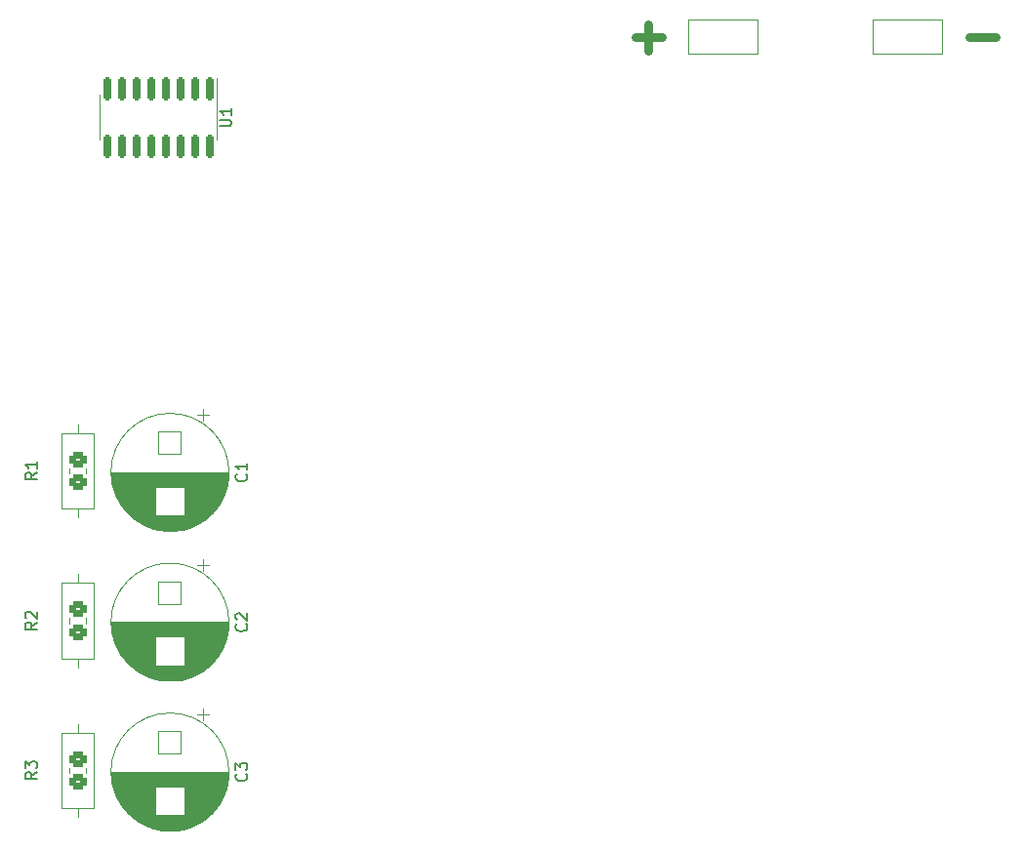
<source format=gto>
G04 #@! TF.GenerationSoftware,KiCad,Pcbnew,(6.0.4)*
G04 #@! TF.CreationDate,2022-06-22T13:50:13-04:00*
G04 #@! TF.ProjectId,Macintosh Portable Battery Adapter v1.2,4d616369-6e74-46f7-9368-20506f727461,rev?*
G04 #@! TF.SameCoordinates,Original*
G04 #@! TF.FileFunction,Legend,Top*
G04 #@! TF.FilePolarity,Positive*
%FSLAX46Y46*%
G04 Gerber Fmt 4.6, Leading zero omitted, Abs format (unit mm)*
G04 Created by KiCad (PCBNEW (6.0.4)) date 2022-06-22 13:50:13*
%MOMM*%
%LPD*%
G01*
G04 APERTURE LIST*
G04 Aperture macros list*
%AMRoundRect*
0 Rectangle with rounded corners*
0 $1 Rounding radius*
0 $2 $3 $4 $5 $6 $7 $8 $9 X,Y pos of 4 corners*
0 Add a 4 corners polygon primitive as box body*
4,1,4,$2,$3,$4,$5,$6,$7,$8,$9,$2,$3,0*
0 Add four circle primitives for the rounded corners*
1,1,$1+$1,$2,$3*
1,1,$1+$1,$4,$5*
1,1,$1+$1,$6,$7*
1,1,$1+$1,$8,$9*
0 Add four rect primitives between the rounded corners*
20,1,$1+$1,$2,$3,$4,$5,0*
20,1,$1+$1,$4,$5,$6,$7,0*
20,1,$1+$1,$6,$7,$8,$9,0*
20,1,$1+$1,$8,$9,$2,$3,0*%
G04 Aperture macros list end*
%ADD10C,0.750000*%
%ADD11C,0.150000*%
%ADD12C,0.120000*%
%ADD13RoundRect,0.200000X-0.150000X0.825000X-0.150000X-0.825000X0.150000X-0.825000X0.150000X0.825000X0*%
%ADD14RoundRect,0.300000X-0.450000X0.350000X-0.450000X-0.350000X0.450000X-0.350000X0.450000X0.350000X0*%
%ADD15O,1.700000X1.700000*%
%ADD16C,1.700000*%
%ADD17RoundRect,0.050000X-1.000000X1.000000X-1.000000X-1.000000X1.000000X-1.000000X1.000000X1.000000X0*%
%ADD18C,2.100000*%
%ADD19RoundRect,0.050000X-3.000000X-1.500000X3.000000X-1.500000X3.000000X1.500000X-3.000000X1.500000X0*%
G04 APERTURE END LIST*
D10*
X126142857Y-65514285D02*
X123857142Y-65514285D01*
X125000000Y-66657142D02*
X125000000Y-64371428D01*
X155142857Y-65514285D02*
X152857142Y-65514285D01*
D11*
X87829380Y-73217904D02*
X88638904Y-73217904D01*
X88734142Y-73170285D01*
X88781761Y-73122666D01*
X88829380Y-73027428D01*
X88829380Y-72836952D01*
X88781761Y-72741714D01*
X88734142Y-72694095D01*
X88638904Y-72646476D01*
X87829380Y-72646476D01*
X88829380Y-71646476D02*
X88829380Y-72217904D01*
X88829380Y-71932190D02*
X87829380Y-71932190D01*
X87972238Y-72027428D01*
X88067476Y-72122666D01*
X88115095Y-72217904D01*
X71952380Y-129266666D02*
X71476190Y-129600000D01*
X71952380Y-129838095D02*
X70952380Y-129838095D01*
X70952380Y-129457142D01*
X71000000Y-129361904D01*
X71047619Y-129314285D01*
X71142857Y-129266666D01*
X71285714Y-129266666D01*
X71380952Y-129314285D01*
X71428571Y-129361904D01*
X71476190Y-129457142D01*
X71476190Y-129838095D01*
X70952380Y-128933333D02*
X70952380Y-128314285D01*
X71333333Y-128647619D01*
X71333333Y-128504761D01*
X71380952Y-128409523D01*
X71428571Y-128361904D01*
X71523809Y-128314285D01*
X71761904Y-128314285D01*
X71857142Y-128361904D01*
X71904761Y-128409523D01*
X71952380Y-128504761D01*
X71952380Y-128790476D01*
X71904761Y-128885714D01*
X71857142Y-128933333D01*
X71952380Y-116266666D02*
X71476190Y-116600000D01*
X71952380Y-116838095D02*
X70952380Y-116838095D01*
X70952380Y-116457142D01*
X71000000Y-116361904D01*
X71047619Y-116314285D01*
X71142857Y-116266666D01*
X71285714Y-116266666D01*
X71380952Y-116314285D01*
X71428571Y-116361904D01*
X71476190Y-116457142D01*
X71476190Y-116838095D01*
X71047619Y-115885714D02*
X71000000Y-115838095D01*
X70952380Y-115742857D01*
X70952380Y-115504761D01*
X71000000Y-115409523D01*
X71047619Y-115361904D01*
X71142857Y-115314285D01*
X71238095Y-115314285D01*
X71380952Y-115361904D01*
X71952380Y-115933333D01*
X71952380Y-115314285D01*
X71952380Y-103266666D02*
X71476190Y-103600000D01*
X71952380Y-103838095D02*
X70952380Y-103838095D01*
X70952380Y-103457142D01*
X71000000Y-103361904D01*
X71047619Y-103314285D01*
X71142857Y-103266666D01*
X71285714Y-103266666D01*
X71380952Y-103314285D01*
X71428571Y-103361904D01*
X71476190Y-103457142D01*
X71476190Y-103838095D01*
X71952380Y-102314285D02*
X71952380Y-102885714D01*
X71952380Y-102600000D02*
X70952380Y-102600000D01*
X71095238Y-102695238D01*
X71190476Y-102790476D01*
X71238095Y-102885714D01*
X90107142Y-129398989D02*
X90154761Y-129446608D01*
X90202380Y-129589465D01*
X90202380Y-129684703D01*
X90154761Y-129827561D01*
X90059523Y-129922799D01*
X89964285Y-129970418D01*
X89773809Y-130018037D01*
X89630952Y-130018037D01*
X89440476Y-129970418D01*
X89345238Y-129922799D01*
X89250000Y-129827561D01*
X89202380Y-129684703D01*
X89202380Y-129589465D01*
X89250000Y-129446608D01*
X89297619Y-129398989D01*
X89202380Y-129065656D02*
X89202380Y-128446608D01*
X89583333Y-128779942D01*
X89583333Y-128637084D01*
X89630952Y-128541846D01*
X89678571Y-128494227D01*
X89773809Y-128446608D01*
X90011904Y-128446608D01*
X90107142Y-128494227D01*
X90154761Y-128541846D01*
X90202380Y-128637084D01*
X90202380Y-128922799D01*
X90154761Y-129018037D01*
X90107142Y-129065656D01*
X90107142Y-116398989D02*
X90154761Y-116446608D01*
X90202380Y-116589465D01*
X90202380Y-116684703D01*
X90154761Y-116827561D01*
X90059523Y-116922799D01*
X89964285Y-116970418D01*
X89773809Y-117018037D01*
X89630952Y-117018037D01*
X89440476Y-116970418D01*
X89345238Y-116922799D01*
X89250000Y-116827561D01*
X89202380Y-116684703D01*
X89202380Y-116589465D01*
X89250000Y-116446608D01*
X89297619Y-116398989D01*
X89297619Y-116018037D02*
X89250000Y-115970418D01*
X89202380Y-115875180D01*
X89202380Y-115637084D01*
X89250000Y-115541846D01*
X89297619Y-115494227D01*
X89392857Y-115446608D01*
X89488095Y-115446608D01*
X89630952Y-115494227D01*
X90202380Y-116065656D01*
X90202380Y-115446608D01*
X90107142Y-103398989D02*
X90154761Y-103446608D01*
X90202380Y-103589465D01*
X90202380Y-103684703D01*
X90154761Y-103827561D01*
X90059523Y-103922799D01*
X89964285Y-103970418D01*
X89773809Y-104018037D01*
X89630952Y-104018037D01*
X89440476Y-103970418D01*
X89345238Y-103922799D01*
X89250000Y-103827561D01*
X89202380Y-103684703D01*
X89202380Y-103589465D01*
X89250000Y-103446608D01*
X89297619Y-103398989D01*
X90202380Y-102446608D02*
X90202380Y-103018037D01*
X90202380Y-102732323D02*
X89202380Y-102732323D01*
X89345238Y-102827561D01*
X89440476Y-102922799D01*
X89488095Y-103018037D01*
D12*
X87537000Y-72456000D02*
X87537000Y-69006000D01*
X77417000Y-72456000D02*
X77417000Y-74406000D01*
X87537000Y-72456000D02*
X87537000Y-74406000D01*
X77417000Y-72456000D02*
X77417000Y-70506000D01*
X74765000Y-128872936D02*
X74765000Y-129327064D01*
X76235000Y-128872936D02*
X76235000Y-129327064D01*
X76235000Y-115872936D02*
X76235000Y-116327064D01*
X74765000Y-115872936D02*
X74765000Y-116327064D01*
X76235000Y-102872936D02*
X76235000Y-103327064D01*
X74765000Y-102872936D02*
X74765000Y-103327064D01*
X76870000Y-132370000D02*
X76870000Y-125830000D01*
X74130000Y-125830000D02*
X74130000Y-132370000D01*
X74130000Y-132370000D02*
X76870000Y-132370000D01*
X76870000Y-125830000D02*
X74130000Y-125830000D01*
X75500000Y-125060000D02*
X75500000Y-125830000D01*
X75500000Y-133140000D02*
X75500000Y-132370000D01*
X76870000Y-119370000D02*
X76870000Y-112830000D01*
X74130000Y-112830000D02*
X74130000Y-119370000D01*
X74130000Y-119370000D02*
X76870000Y-119370000D01*
X76870000Y-112830000D02*
X74130000Y-112830000D01*
X75500000Y-112060000D02*
X75500000Y-112830000D01*
X75500000Y-120140000D02*
X75500000Y-119370000D01*
X76870000Y-106370000D02*
X76870000Y-99830000D01*
X74130000Y-99830000D02*
X74130000Y-106370000D01*
X74130000Y-106370000D02*
X76870000Y-106370000D01*
X76870000Y-99830000D02*
X74130000Y-99830000D01*
X75500000Y-99060000D02*
X75500000Y-99830000D01*
X75500000Y-107140000D02*
X75500000Y-106370000D01*
X82259000Y-131593323D02*
X78996000Y-131593323D01*
X86978000Y-132953323D02*
X84741000Y-132953323D01*
X82259000Y-131233323D02*
X78826000Y-131233323D01*
X87489000Y-132393323D02*
X84741000Y-132393323D01*
X88268000Y-130993323D02*
X84741000Y-130993323D01*
X85789000Y-133793323D02*
X81211000Y-133793323D01*
X82259000Y-132473323D02*
X79575000Y-132473323D01*
X85010000Y-134113323D02*
X81990000Y-134113323D01*
X88562000Y-129672323D02*
X78438000Y-129672323D01*
X82259000Y-130713323D02*
X78638000Y-130713323D01*
X88362000Y-130713323D02*
X84741000Y-130713323D01*
X88407000Y-130553323D02*
X84741000Y-130553323D01*
X85537000Y-133913323D02*
X81463000Y-133913323D01*
X85346000Y-133993323D02*
X81654000Y-133993323D01*
X82259000Y-132833323D02*
X79899000Y-132833323D01*
X87666000Y-132153323D02*
X84741000Y-132153323D01*
X88570000Y-129552323D02*
X78430000Y-129552323D01*
X82259000Y-130833323D02*
X78676000Y-130833323D01*
X82259000Y-132353323D02*
X79480000Y-132353323D01*
X86706000Y-133193323D02*
X80294000Y-133193323D01*
X87721000Y-132073323D02*
X84741000Y-132073323D01*
X82259000Y-131313323D02*
X78861000Y-131313323D01*
X82259000Y-132193323D02*
X79362000Y-132193323D01*
X85939000Y-133713323D02*
X81061000Y-133713323D01*
X88350000Y-130753323D02*
X84741000Y-130753323D01*
X88103000Y-131393323D02*
X84741000Y-131393323D01*
X88580000Y-129272323D02*
X78420000Y-129272323D01*
X88121000Y-131353323D02*
X84741000Y-131353323D01*
X86375000Y-123752677D02*
X86375000Y-124752677D01*
X88174000Y-131233323D02*
X84741000Y-131233323D01*
X84730000Y-134193323D02*
X82270000Y-134193323D01*
X87694000Y-132113323D02*
X84741000Y-132113323D01*
X86892000Y-133033323D02*
X80108000Y-133033323D01*
X82259000Y-130753323D02*
X78650000Y-130753323D01*
X88223000Y-131113323D02*
X84741000Y-131113323D01*
X88497000Y-130153323D02*
X78503000Y-130153323D01*
X88465000Y-130313323D02*
X78535000Y-130313323D01*
X84878000Y-134153323D02*
X82122000Y-134153323D01*
X87020000Y-132913323D02*
X84741000Y-132913323D01*
X88025000Y-131553323D02*
X84741000Y-131553323D01*
X88530000Y-129953323D02*
X78470000Y-129953323D01*
X82259000Y-130913323D02*
X78703000Y-130913323D01*
X82259000Y-132553323D02*
X79642000Y-132553323D01*
X88447000Y-130393323D02*
X78553000Y-130393323D01*
X82259000Y-131393323D02*
X78897000Y-131393323D01*
X87289000Y-132633323D02*
X84741000Y-132633323D01*
X82259000Y-132673323D02*
X79747000Y-132673323D01*
X85242000Y-134033323D02*
X81758000Y-134033323D01*
X86270000Y-133513323D02*
X80730000Y-133513323D01*
X82259000Y-130513323D02*
X78582000Y-130513323D01*
X88490000Y-130193323D02*
X78510000Y-130193323D01*
X85625000Y-133873323D02*
X81375000Y-133873323D01*
X87520000Y-132353323D02*
X84741000Y-132353323D01*
X88254000Y-131033323D02*
X84741000Y-131033323D01*
X82259000Y-130993323D02*
X78732000Y-130993323D01*
X82259000Y-131633323D02*
X79017000Y-131633323D01*
X82259000Y-131433323D02*
X78916000Y-131433323D01*
X87179000Y-132753323D02*
X84741000Y-132753323D01*
X88540000Y-129872323D02*
X78460000Y-129872323D01*
X86209000Y-133553323D02*
X80791000Y-133553323D01*
X87773000Y-131993323D02*
X84741000Y-131993323D01*
X85130000Y-134073323D02*
X81870000Y-134073323D01*
X88558000Y-129712323D02*
X78442000Y-129712323D01*
X86500000Y-133353323D02*
X80500000Y-133353323D01*
X88337000Y-130793323D02*
X84741000Y-130793323D01*
X87457000Y-132433323D02*
X84741000Y-132433323D01*
X86145000Y-133593323D02*
X80855000Y-133593323D01*
X87823000Y-131913323D02*
X84741000Y-131913323D01*
X88438000Y-130433323D02*
X78562000Y-130433323D01*
X82259000Y-131153323D02*
X78793000Y-131153323D01*
X87638000Y-132193323D02*
X84741000Y-132193323D01*
X88580000Y-129312323D02*
X78420000Y-129312323D01*
X82259000Y-131113323D02*
X78777000Y-131113323D01*
X86936000Y-132993323D02*
X80064000Y-132993323D01*
X82259000Y-130953323D02*
X78717000Y-130953323D01*
X88482000Y-130233323D02*
X78518000Y-130233323D01*
X82259000Y-132073323D02*
X79279000Y-132073323D01*
X88511000Y-130073323D02*
X78489000Y-130073323D01*
X82259000Y-132113323D02*
X79306000Y-132113323D01*
X86389000Y-133433323D02*
X80611000Y-133433323D01*
X87917000Y-131753323D02*
X84741000Y-131753323D01*
X87061000Y-132873323D02*
X84741000Y-132873323D01*
X87392000Y-132513323D02*
X84741000Y-132513323D01*
X88579000Y-129352323D02*
X78421000Y-129352323D01*
X84562000Y-134233323D02*
X82438000Y-134233323D01*
X88524000Y-129993323D02*
X78476000Y-129993323D01*
X82259000Y-132233323D02*
X79390000Y-132233323D01*
X87550000Y-132313323D02*
X84741000Y-132313323D01*
X82259000Y-132273323D02*
X79420000Y-132273323D01*
X82259000Y-131473323D02*
X78936000Y-131473323D01*
X82259000Y-130673323D02*
X78626000Y-130673323D01*
X82259000Y-132953323D02*
X80022000Y-132953323D01*
X88518000Y-130033323D02*
X78482000Y-130033323D01*
X82259000Y-130553323D02*
X78593000Y-130553323D01*
X84099000Y-134313323D02*
X82901000Y-134313323D01*
X87940000Y-131713323D02*
X84741000Y-131713323D01*
X88207000Y-131153323D02*
X84741000Y-131153323D01*
X87747000Y-132033323D02*
X84741000Y-132033323D01*
X82259000Y-131913323D02*
X79177000Y-131913323D01*
X88064000Y-131473323D02*
X84741000Y-131473323D01*
X82259000Y-132913323D02*
X79980000Y-132913323D01*
X87610000Y-132233323D02*
X84741000Y-132233323D01*
X86554000Y-133313323D02*
X80446000Y-133313323D01*
X87983000Y-131633323D02*
X84741000Y-131633323D01*
X87895000Y-131793323D02*
X84741000Y-131793323D01*
X85865000Y-133753323D02*
X81135000Y-133753323D01*
X86445000Y-133393323D02*
X80555000Y-133393323D01*
X82259000Y-131353323D02*
X78879000Y-131353323D01*
X82259000Y-131073323D02*
X78762000Y-131073323D01*
X82259000Y-131033323D02*
X78746000Y-131033323D01*
X87253000Y-132673323D02*
X84741000Y-132673323D01*
X87140000Y-132793323D02*
X84741000Y-132793323D01*
X87871000Y-131833323D02*
X84741000Y-131833323D01*
X82259000Y-132793323D02*
X79860000Y-132793323D01*
X82259000Y-131513323D02*
X78955000Y-131513323D01*
X88428000Y-130473323D02*
X78572000Y-130473323D01*
X88084000Y-131433323D02*
X84741000Y-131433323D01*
X88578000Y-129392323D02*
X78422000Y-129392323D01*
X86875000Y-124252677D02*
X85875000Y-124252677D01*
X82259000Y-132633323D02*
X79711000Y-132633323D01*
X86079000Y-133633323D02*
X80921000Y-133633323D01*
X88418000Y-130513323D02*
X84741000Y-130513323D01*
X88575000Y-129472323D02*
X78425000Y-129472323D01*
X82259000Y-131673323D02*
X79038000Y-131673323D01*
X82259000Y-131193323D02*
X78810000Y-131193323D01*
X82259000Y-132433323D02*
X79543000Y-132433323D01*
X86606000Y-133273323D02*
X80394000Y-133273323D01*
X88565000Y-129632323D02*
X78435000Y-129632323D01*
X82259000Y-130873323D02*
X78689000Y-130873323D01*
X87847000Y-131873323D02*
X84741000Y-131873323D01*
X86010000Y-133673323D02*
X80990000Y-133673323D01*
X82259000Y-131793323D02*
X79105000Y-131793323D01*
X88573000Y-129512323D02*
X78427000Y-129512323D01*
X87324000Y-132593323D02*
X84741000Y-132593323D01*
X86801000Y-133113323D02*
X80199000Y-133113323D01*
X86754000Y-133153323D02*
X80246000Y-133153323D01*
X82259000Y-131993323D02*
X79227000Y-131993323D01*
X82259000Y-132593323D02*
X79676000Y-132593323D01*
X88045000Y-131513323D02*
X84741000Y-131513323D01*
X82259000Y-132313323D02*
X79450000Y-132313323D01*
X88474000Y-130273323D02*
X78526000Y-130273323D01*
X87425000Y-132473323D02*
X84741000Y-132473323D01*
X88324000Y-130833323D02*
X84741000Y-130833323D01*
X86847000Y-133073323D02*
X80153000Y-133073323D01*
X82259000Y-130633323D02*
X78615000Y-130633323D01*
X88238000Y-131073323D02*
X84741000Y-131073323D01*
X82259000Y-131713323D02*
X79060000Y-131713323D01*
X87358000Y-132553323D02*
X84741000Y-132553323D01*
X82259000Y-132753323D02*
X79821000Y-132753323D01*
X88157000Y-131273323D02*
X84741000Y-131273323D01*
X82259000Y-130793323D02*
X78663000Y-130793323D01*
X88283000Y-130953323D02*
X84741000Y-130953323D01*
X82259000Y-131753323D02*
X79083000Y-131753323D01*
X88554000Y-129752323D02*
X78446000Y-129752323D01*
X88456000Y-130353323D02*
X78544000Y-130353323D01*
X82259000Y-132713323D02*
X79784000Y-132713323D01*
X88577000Y-129432323D02*
X78423000Y-129432323D01*
X88374000Y-130673323D02*
X84741000Y-130673323D01*
X88504000Y-130113323D02*
X78496000Y-130113323D01*
X85709000Y-133833323D02*
X81291000Y-133833323D01*
X82259000Y-132513323D02*
X79608000Y-132513323D01*
X82259000Y-132033323D02*
X79253000Y-132033323D01*
X88311000Y-130873323D02*
X84741000Y-130873323D01*
X88004000Y-131593323D02*
X84741000Y-131593323D01*
X82259000Y-130593323D02*
X78603000Y-130593323D01*
X88535000Y-129912323D02*
X78465000Y-129912323D01*
X87216000Y-132713323D02*
X84741000Y-132713323D01*
X87798000Y-131953323D02*
X84741000Y-131953323D01*
X82259000Y-132393323D02*
X79511000Y-132393323D01*
X82259000Y-132873323D02*
X79939000Y-132873323D01*
X88139000Y-131313323D02*
X84741000Y-131313323D01*
X82259000Y-131553323D02*
X78975000Y-131553323D01*
X86656000Y-133233323D02*
X80344000Y-133233323D01*
X88550000Y-129792323D02*
X78450000Y-129792323D01*
X88568000Y-129592323D02*
X78432000Y-129592323D01*
X85444000Y-133953323D02*
X81556000Y-133953323D01*
X88297000Y-130913323D02*
X84741000Y-130913323D01*
X87101000Y-132833323D02*
X84741000Y-132833323D01*
X88397000Y-130593323D02*
X84741000Y-130593323D01*
X84362000Y-134273323D02*
X82638000Y-134273323D01*
X88385000Y-130633323D02*
X84741000Y-130633323D01*
X88190000Y-131193323D02*
X84741000Y-131193323D01*
X87580000Y-132273323D02*
X84741000Y-132273323D01*
X86330000Y-133473323D02*
X80670000Y-133473323D01*
X82259000Y-131273323D02*
X78843000Y-131273323D01*
X82259000Y-131873323D02*
X79153000Y-131873323D01*
X87962000Y-131673323D02*
X84741000Y-131673323D01*
X82259000Y-131953323D02*
X79202000Y-131953323D01*
X82259000Y-132153323D02*
X79334000Y-132153323D01*
X82259000Y-131833323D02*
X79129000Y-131833323D01*
X88580000Y-129232323D02*
X78420000Y-129232323D01*
X88545000Y-129832323D02*
X78455000Y-129832323D01*
X88620000Y-129232323D02*
G75*
G03*
X88620000Y-129232323I-5120000J0D01*
G01*
X82259000Y-118593323D02*
X78996000Y-118593323D01*
X86978000Y-119953323D02*
X84741000Y-119953323D01*
X82259000Y-118233323D02*
X78826000Y-118233323D01*
X87489000Y-119393323D02*
X84741000Y-119393323D01*
X88268000Y-117993323D02*
X84741000Y-117993323D01*
X85789000Y-120793323D02*
X81211000Y-120793323D01*
X82259000Y-119473323D02*
X79575000Y-119473323D01*
X85010000Y-121113323D02*
X81990000Y-121113323D01*
X88562000Y-116672323D02*
X78438000Y-116672323D01*
X82259000Y-117713323D02*
X78638000Y-117713323D01*
X88362000Y-117713323D02*
X84741000Y-117713323D01*
X88407000Y-117553323D02*
X84741000Y-117553323D01*
X85537000Y-120913323D02*
X81463000Y-120913323D01*
X85346000Y-120993323D02*
X81654000Y-120993323D01*
X82259000Y-119833323D02*
X79899000Y-119833323D01*
X87666000Y-119153323D02*
X84741000Y-119153323D01*
X88570000Y-116552323D02*
X78430000Y-116552323D01*
X82259000Y-117833323D02*
X78676000Y-117833323D01*
X82259000Y-119353323D02*
X79480000Y-119353323D01*
X86706000Y-120193323D02*
X80294000Y-120193323D01*
X87721000Y-119073323D02*
X84741000Y-119073323D01*
X82259000Y-118313323D02*
X78861000Y-118313323D01*
X82259000Y-119193323D02*
X79362000Y-119193323D01*
X85939000Y-120713323D02*
X81061000Y-120713323D01*
X88350000Y-117753323D02*
X84741000Y-117753323D01*
X88103000Y-118393323D02*
X84741000Y-118393323D01*
X88580000Y-116272323D02*
X78420000Y-116272323D01*
X88121000Y-118353323D02*
X84741000Y-118353323D01*
X86375000Y-110752677D02*
X86375000Y-111752677D01*
X88174000Y-118233323D02*
X84741000Y-118233323D01*
X84730000Y-121193323D02*
X82270000Y-121193323D01*
X87694000Y-119113323D02*
X84741000Y-119113323D01*
X86892000Y-120033323D02*
X80108000Y-120033323D01*
X82259000Y-117753323D02*
X78650000Y-117753323D01*
X88223000Y-118113323D02*
X84741000Y-118113323D01*
X88497000Y-117153323D02*
X78503000Y-117153323D01*
X88465000Y-117313323D02*
X78535000Y-117313323D01*
X84878000Y-121153323D02*
X82122000Y-121153323D01*
X87020000Y-119913323D02*
X84741000Y-119913323D01*
X88025000Y-118553323D02*
X84741000Y-118553323D01*
X88530000Y-116953323D02*
X78470000Y-116953323D01*
X82259000Y-117913323D02*
X78703000Y-117913323D01*
X82259000Y-119553323D02*
X79642000Y-119553323D01*
X88447000Y-117393323D02*
X78553000Y-117393323D01*
X82259000Y-118393323D02*
X78897000Y-118393323D01*
X87289000Y-119633323D02*
X84741000Y-119633323D01*
X82259000Y-119673323D02*
X79747000Y-119673323D01*
X85242000Y-121033323D02*
X81758000Y-121033323D01*
X86270000Y-120513323D02*
X80730000Y-120513323D01*
X82259000Y-117513323D02*
X78582000Y-117513323D01*
X88490000Y-117193323D02*
X78510000Y-117193323D01*
X85625000Y-120873323D02*
X81375000Y-120873323D01*
X87520000Y-119353323D02*
X84741000Y-119353323D01*
X88254000Y-118033323D02*
X84741000Y-118033323D01*
X82259000Y-117993323D02*
X78732000Y-117993323D01*
X82259000Y-118633323D02*
X79017000Y-118633323D01*
X82259000Y-118433323D02*
X78916000Y-118433323D01*
X87179000Y-119753323D02*
X84741000Y-119753323D01*
X88540000Y-116872323D02*
X78460000Y-116872323D01*
X86209000Y-120553323D02*
X80791000Y-120553323D01*
X87773000Y-118993323D02*
X84741000Y-118993323D01*
X85130000Y-121073323D02*
X81870000Y-121073323D01*
X88558000Y-116712323D02*
X78442000Y-116712323D01*
X86500000Y-120353323D02*
X80500000Y-120353323D01*
X88337000Y-117793323D02*
X84741000Y-117793323D01*
X87457000Y-119433323D02*
X84741000Y-119433323D01*
X86145000Y-120593323D02*
X80855000Y-120593323D01*
X87823000Y-118913323D02*
X84741000Y-118913323D01*
X88438000Y-117433323D02*
X78562000Y-117433323D01*
X82259000Y-118153323D02*
X78793000Y-118153323D01*
X87638000Y-119193323D02*
X84741000Y-119193323D01*
X88580000Y-116312323D02*
X78420000Y-116312323D01*
X82259000Y-118113323D02*
X78777000Y-118113323D01*
X86936000Y-119993323D02*
X80064000Y-119993323D01*
X82259000Y-117953323D02*
X78717000Y-117953323D01*
X88482000Y-117233323D02*
X78518000Y-117233323D01*
X82259000Y-119073323D02*
X79279000Y-119073323D01*
X88511000Y-117073323D02*
X78489000Y-117073323D01*
X82259000Y-119113323D02*
X79306000Y-119113323D01*
X86389000Y-120433323D02*
X80611000Y-120433323D01*
X87917000Y-118753323D02*
X84741000Y-118753323D01*
X87061000Y-119873323D02*
X84741000Y-119873323D01*
X87392000Y-119513323D02*
X84741000Y-119513323D01*
X88579000Y-116352323D02*
X78421000Y-116352323D01*
X84562000Y-121233323D02*
X82438000Y-121233323D01*
X88524000Y-116993323D02*
X78476000Y-116993323D01*
X82259000Y-119233323D02*
X79390000Y-119233323D01*
X87550000Y-119313323D02*
X84741000Y-119313323D01*
X82259000Y-119273323D02*
X79420000Y-119273323D01*
X82259000Y-118473323D02*
X78936000Y-118473323D01*
X82259000Y-117673323D02*
X78626000Y-117673323D01*
X82259000Y-119953323D02*
X80022000Y-119953323D01*
X88518000Y-117033323D02*
X78482000Y-117033323D01*
X82259000Y-117553323D02*
X78593000Y-117553323D01*
X84099000Y-121313323D02*
X82901000Y-121313323D01*
X87940000Y-118713323D02*
X84741000Y-118713323D01*
X88207000Y-118153323D02*
X84741000Y-118153323D01*
X87747000Y-119033323D02*
X84741000Y-119033323D01*
X82259000Y-118913323D02*
X79177000Y-118913323D01*
X88064000Y-118473323D02*
X84741000Y-118473323D01*
X82259000Y-119913323D02*
X79980000Y-119913323D01*
X87610000Y-119233323D02*
X84741000Y-119233323D01*
X86554000Y-120313323D02*
X80446000Y-120313323D01*
X87983000Y-118633323D02*
X84741000Y-118633323D01*
X87895000Y-118793323D02*
X84741000Y-118793323D01*
X85865000Y-120753323D02*
X81135000Y-120753323D01*
X86445000Y-120393323D02*
X80555000Y-120393323D01*
X82259000Y-118353323D02*
X78879000Y-118353323D01*
X82259000Y-118073323D02*
X78762000Y-118073323D01*
X82259000Y-118033323D02*
X78746000Y-118033323D01*
X87253000Y-119673323D02*
X84741000Y-119673323D01*
X87140000Y-119793323D02*
X84741000Y-119793323D01*
X87871000Y-118833323D02*
X84741000Y-118833323D01*
X82259000Y-119793323D02*
X79860000Y-119793323D01*
X82259000Y-118513323D02*
X78955000Y-118513323D01*
X88428000Y-117473323D02*
X78572000Y-117473323D01*
X88084000Y-118433323D02*
X84741000Y-118433323D01*
X88578000Y-116392323D02*
X78422000Y-116392323D01*
X86875000Y-111252677D02*
X85875000Y-111252677D01*
X82259000Y-119633323D02*
X79711000Y-119633323D01*
X86079000Y-120633323D02*
X80921000Y-120633323D01*
X88418000Y-117513323D02*
X84741000Y-117513323D01*
X88575000Y-116472323D02*
X78425000Y-116472323D01*
X82259000Y-118673323D02*
X79038000Y-118673323D01*
X82259000Y-118193323D02*
X78810000Y-118193323D01*
X82259000Y-119433323D02*
X79543000Y-119433323D01*
X86606000Y-120273323D02*
X80394000Y-120273323D01*
X88565000Y-116632323D02*
X78435000Y-116632323D01*
X82259000Y-117873323D02*
X78689000Y-117873323D01*
X87847000Y-118873323D02*
X84741000Y-118873323D01*
X86010000Y-120673323D02*
X80990000Y-120673323D01*
X82259000Y-118793323D02*
X79105000Y-118793323D01*
X88573000Y-116512323D02*
X78427000Y-116512323D01*
X87324000Y-119593323D02*
X84741000Y-119593323D01*
X86801000Y-120113323D02*
X80199000Y-120113323D01*
X86754000Y-120153323D02*
X80246000Y-120153323D01*
X82259000Y-118993323D02*
X79227000Y-118993323D01*
X82259000Y-119593323D02*
X79676000Y-119593323D01*
X88045000Y-118513323D02*
X84741000Y-118513323D01*
X82259000Y-119313323D02*
X79450000Y-119313323D01*
X88474000Y-117273323D02*
X78526000Y-117273323D01*
X87425000Y-119473323D02*
X84741000Y-119473323D01*
X88324000Y-117833323D02*
X84741000Y-117833323D01*
X86847000Y-120073323D02*
X80153000Y-120073323D01*
X82259000Y-117633323D02*
X78615000Y-117633323D01*
X88238000Y-118073323D02*
X84741000Y-118073323D01*
X82259000Y-118713323D02*
X79060000Y-118713323D01*
X87358000Y-119553323D02*
X84741000Y-119553323D01*
X82259000Y-119753323D02*
X79821000Y-119753323D01*
X88157000Y-118273323D02*
X84741000Y-118273323D01*
X82259000Y-117793323D02*
X78663000Y-117793323D01*
X88283000Y-117953323D02*
X84741000Y-117953323D01*
X82259000Y-118753323D02*
X79083000Y-118753323D01*
X88554000Y-116752323D02*
X78446000Y-116752323D01*
X88456000Y-117353323D02*
X78544000Y-117353323D01*
X82259000Y-119713323D02*
X79784000Y-119713323D01*
X88577000Y-116432323D02*
X78423000Y-116432323D01*
X88374000Y-117673323D02*
X84741000Y-117673323D01*
X88504000Y-117113323D02*
X78496000Y-117113323D01*
X85709000Y-120833323D02*
X81291000Y-120833323D01*
X82259000Y-119513323D02*
X79608000Y-119513323D01*
X82259000Y-119033323D02*
X79253000Y-119033323D01*
X88311000Y-117873323D02*
X84741000Y-117873323D01*
X88004000Y-118593323D02*
X84741000Y-118593323D01*
X82259000Y-117593323D02*
X78603000Y-117593323D01*
X88535000Y-116912323D02*
X78465000Y-116912323D01*
X87216000Y-119713323D02*
X84741000Y-119713323D01*
X87798000Y-118953323D02*
X84741000Y-118953323D01*
X82259000Y-119393323D02*
X79511000Y-119393323D01*
X82259000Y-119873323D02*
X79939000Y-119873323D01*
X88139000Y-118313323D02*
X84741000Y-118313323D01*
X82259000Y-118553323D02*
X78975000Y-118553323D01*
X86656000Y-120233323D02*
X80344000Y-120233323D01*
X88550000Y-116792323D02*
X78450000Y-116792323D01*
X88568000Y-116592323D02*
X78432000Y-116592323D01*
X85444000Y-120953323D02*
X81556000Y-120953323D01*
X88297000Y-117913323D02*
X84741000Y-117913323D01*
X87101000Y-119833323D02*
X84741000Y-119833323D01*
X88397000Y-117593323D02*
X84741000Y-117593323D01*
X84362000Y-121273323D02*
X82638000Y-121273323D01*
X88385000Y-117633323D02*
X84741000Y-117633323D01*
X88190000Y-118193323D02*
X84741000Y-118193323D01*
X87580000Y-119273323D02*
X84741000Y-119273323D01*
X86330000Y-120473323D02*
X80670000Y-120473323D01*
X82259000Y-118273323D02*
X78843000Y-118273323D01*
X82259000Y-118873323D02*
X79153000Y-118873323D01*
X87962000Y-118673323D02*
X84741000Y-118673323D01*
X82259000Y-118953323D02*
X79202000Y-118953323D01*
X82259000Y-119153323D02*
X79334000Y-119153323D01*
X82259000Y-118833323D02*
X79129000Y-118833323D01*
X88580000Y-116232323D02*
X78420000Y-116232323D01*
X88545000Y-116832323D02*
X78455000Y-116832323D01*
X88620000Y-116232323D02*
G75*
G03*
X88620000Y-116232323I-5120000J0D01*
G01*
X82259000Y-105593323D02*
X78996000Y-105593323D01*
X86978000Y-106953323D02*
X84741000Y-106953323D01*
X82259000Y-105233323D02*
X78826000Y-105233323D01*
X87489000Y-106393323D02*
X84741000Y-106393323D01*
X88268000Y-104993323D02*
X84741000Y-104993323D01*
X85789000Y-107793323D02*
X81211000Y-107793323D01*
X82259000Y-106473323D02*
X79575000Y-106473323D01*
X85010000Y-108113323D02*
X81990000Y-108113323D01*
X88562000Y-103672323D02*
X78438000Y-103672323D01*
X82259000Y-104713323D02*
X78638000Y-104713323D01*
X88362000Y-104713323D02*
X84741000Y-104713323D01*
X88407000Y-104553323D02*
X84741000Y-104553323D01*
X85537000Y-107913323D02*
X81463000Y-107913323D01*
X85346000Y-107993323D02*
X81654000Y-107993323D01*
X82259000Y-106833323D02*
X79899000Y-106833323D01*
X87666000Y-106153323D02*
X84741000Y-106153323D01*
X88570000Y-103552323D02*
X78430000Y-103552323D01*
X82259000Y-104833323D02*
X78676000Y-104833323D01*
X82259000Y-106353323D02*
X79480000Y-106353323D01*
X86706000Y-107193323D02*
X80294000Y-107193323D01*
X87721000Y-106073323D02*
X84741000Y-106073323D01*
X82259000Y-105313323D02*
X78861000Y-105313323D01*
X82259000Y-106193323D02*
X79362000Y-106193323D01*
X85939000Y-107713323D02*
X81061000Y-107713323D01*
X88350000Y-104753323D02*
X84741000Y-104753323D01*
X88103000Y-105393323D02*
X84741000Y-105393323D01*
X88580000Y-103272323D02*
X78420000Y-103272323D01*
X88121000Y-105353323D02*
X84741000Y-105353323D01*
X86375000Y-97752677D02*
X86375000Y-98752677D01*
X88174000Y-105233323D02*
X84741000Y-105233323D01*
X84730000Y-108193323D02*
X82270000Y-108193323D01*
X87694000Y-106113323D02*
X84741000Y-106113323D01*
X86892000Y-107033323D02*
X80108000Y-107033323D01*
X82259000Y-104753323D02*
X78650000Y-104753323D01*
X88223000Y-105113323D02*
X84741000Y-105113323D01*
X88497000Y-104153323D02*
X78503000Y-104153323D01*
X88465000Y-104313323D02*
X78535000Y-104313323D01*
X84878000Y-108153323D02*
X82122000Y-108153323D01*
X87020000Y-106913323D02*
X84741000Y-106913323D01*
X88025000Y-105553323D02*
X84741000Y-105553323D01*
X88530000Y-103953323D02*
X78470000Y-103953323D01*
X82259000Y-104913323D02*
X78703000Y-104913323D01*
X82259000Y-106553323D02*
X79642000Y-106553323D01*
X88447000Y-104393323D02*
X78553000Y-104393323D01*
X82259000Y-105393323D02*
X78897000Y-105393323D01*
X87289000Y-106633323D02*
X84741000Y-106633323D01*
X82259000Y-106673323D02*
X79747000Y-106673323D01*
X85242000Y-108033323D02*
X81758000Y-108033323D01*
X86270000Y-107513323D02*
X80730000Y-107513323D01*
X82259000Y-104513323D02*
X78582000Y-104513323D01*
X88490000Y-104193323D02*
X78510000Y-104193323D01*
X85625000Y-107873323D02*
X81375000Y-107873323D01*
X87520000Y-106353323D02*
X84741000Y-106353323D01*
X88254000Y-105033323D02*
X84741000Y-105033323D01*
X82259000Y-104993323D02*
X78732000Y-104993323D01*
X82259000Y-105633323D02*
X79017000Y-105633323D01*
X82259000Y-105433323D02*
X78916000Y-105433323D01*
X87179000Y-106753323D02*
X84741000Y-106753323D01*
X88540000Y-103872323D02*
X78460000Y-103872323D01*
X86209000Y-107553323D02*
X80791000Y-107553323D01*
X87773000Y-105993323D02*
X84741000Y-105993323D01*
X85130000Y-108073323D02*
X81870000Y-108073323D01*
X88558000Y-103712323D02*
X78442000Y-103712323D01*
X86500000Y-107353323D02*
X80500000Y-107353323D01*
X88337000Y-104793323D02*
X84741000Y-104793323D01*
X87457000Y-106433323D02*
X84741000Y-106433323D01*
X86145000Y-107593323D02*
X80855000Y-107593323D01*
X87823000Y-105913323D02*
X84741000Y-105913323D01*
X88438000Y-104433323D02*
X78562000Y-104433323D01*
X82259000Y-105153323D02*
X78793000Y-105153323D01*
X87638000Y-106193323D02*
X84741000Y-106193323D01*
X88580000Y-103312323D02*
X78420000Y-103312323D01*
X82259000Y-105113323D02*
X78777000Y-105113323D01*
X86936000Y-106993323D02*
X80064000Y-106993323D01*
X82259000Y-104953323D02*
X78717000Y-104953323D01*
X88482000Y-104233323D02*
X78518000Y-104233323D01*
X82259000Y-106073323D02*
X79279000Y-106073323D01*
X88511000Y-104073323D02*
X78489000Y-104073323D01*
X82259000Y-106113323D02*
X79306000Y-106113323D01*
X86389000Y-107433323D02*
X80611000Y-107433323D01*
X87917000Y-105753323D02*
X84741000Y-105753323D01*
X87061000Y-106873323D02*
X84741000Y-106873323D01*
X87392000Y-106513323D02*
X84741000Y-106513323D01*
X88579000Y-103352323D02*
X78421000Y-103352323D01*
X84562000Y-108233323D02*
X82438000Y-108233323D01*
X88524000Y-103993323D02*
X78476000Y-103993323D01*
X82259000Y-106233323D02*
X79390000Y-106233323D01*
X87550000Y-106313323D02*
X84741000Y-106313323D01*
X82259000Y-106273323D02*
X79420000Y-106273323D01*
X82259000Y-105473323D02*
X78936000Y-105473323D01*
X82259000Y-104673323D02*
X78626000Y-104673323D01*
X82259000Y-106953323D02*
X80022000Y-106953323D01*
X88518000Y-104033323D02*
X78482000Y-104033323D01*
X82259000Y-104553323D02*
X78593000Y-104553323D01*
X84099000Y-108313323D02*
X82901000Y-108313323D01*
X87940000Y-105713323D02*
X84741000Y-105713323D01*
X88207000Y-105153323D02*
X84741000Y-105153323D01*
X87747000Y-106033323D02*
X84741000Y-106033323D01*
X82259000Y-105913323D02*
X79177000Y-105913323D01*
X88064000Y-105473323D02*
X84741000Y-105473323D01*
X82259000Y-106913323D02*
X79980000Y-106913323D01*
X87610000Y-106233323D02*
X84741000Y-106233323D01*
X86554000Y-107313323D02*
X80446000Y-107313323D01*
X87983000Y-105633323D02*
X84741000Y-105633323D01*
X87895000Y-105793323D02*
X84741000Y-105793323D01*
X85865000Y-107753323D02*
X81135000Y-107753323D01*
X86445000Y-107393323D02*
X80555000Y-107393323D01*
X82259000Y-105353323D02*
X78879000Y-105353323D01*
X82259000Y-105073323D02*
X78762000Y-105073323D01*
X82259000Y-105033323D02*
X78746000Y-105033323D01*
X87253000Y-106673323D02*
X84741000Y-106673323D01*
X87140000Y-106793323D02*
X84741000Y-106793323D01*
X87871000Y-105833323D02*
X84741000Y-105833323D01*
X82259000Y-106793323D02*
X79860000Y-106793323D01*
X82259000Y-105513323D02*
X78955000Y-105513323D01*
X88428000Y-104473323D02*
X78572000Y-104473323D01*
X88084000Y-105433323D02*
X84741000Y-105433323D01*
X88578000Y-103392323D02*
X78422000Y-103392323D01*
X86875000Y-98252677D02*
X85875000Y-98252677D01*
X82259000Y-106633323D02*
X79711000Y-106633323D01*
X86079000Y-107633323D02*
X80921000Y-107633323D01*
X88418000Y-104513323D02*
X84741000Y-104513323D01*
X88575000Y-103472323D02*
X78425000Y-103472323D01*
X82259000Y-105673323D02*
X79038000Y-105673323D01*
X82259000Y-105193323D02*
X78810000Y-105193323D01*
X82259000Y-106433323D02*
X79543000Y-106433323D01*
X86606000Y-107273323D02*
X80394000Y-107273323D01*
X88565000Y-103632323D02*
X78435000Y-103632323D01*
X82259000Y-104873323D02*
X78689000Y-104873323D01*
X87847000Y-105873323D02*
X84741000Y-105873323D01*
X86010000Y-107673323D02*
X80990000Y-107673323D01*
X82259000Y-105793323D02*
X79105000Y-105793323D01*
X88573000Y-103512323D02*
X78427000Y-103512323D01*
X87324000Y-106593323D02*
X84741000Y-106593323D01*
X86801000Y-107113323D02*
X80199000Y-107113323D01*
X86754000Y-107153323D02*
X80246000Y-107153323D01*
X82259000Y-105993323D02*
X79227000Y-105993323D01*
X82259000Y-106593323D02*
X79676000Y-106593323D01*
X88045000Y-105513323D02*
X84741000Y-105513323D01*
X82259000Y-106313323D02*
X79450000Y-106313323D01*
X88474000Y-104273323D02*
X78526000Y-104273323D01*
X87425000Y-106473323D02*
X84741000Y-106473323D01*
X88324000Y-104833323D02*
X84741000Y-104833323D01*
X86847000Y-107073323D02*
X80153000Y-107073323D01*
X82259000Y-104633323D02*
X78615000Y-104633323D01*
X88238000Y-105073323D02*
X84741000Y-105073323D01*
X82259000Y-105713323D02*
X79060000Y-105713323D01*
X87358000Y-106553323D02*
X84741000Y-106553323D01*
X82259000Y-106753323D02*
X79821000Y-106753323D01*
X88157000Y-105273323D02*
X84741000Y-105273323D01*
X82259000Y-104793323D02*
X78663000Y-104793323D01*
X88283000Y-104953323D02*
X84741000Y-104953323D01*
X82259000Y-105753323D02*
X79083000Y-105753323D01*
X88554000Y-103752323D02*
X78446000Y-103752323D01*
X88456000Y-104353323D02*
X78544000Y-104353323D01*
X82259000Y-106713323D02*
X79784000Y-106713323D01*
X88577000Y-103432323D02*
X78423000Y-103432323D01*
X88374000Y-104673323D02*
X84741000Y-104673323D01*
X88504000Y-104113323D02*
X78496000Y-104113323D01*
X85709000Y-107833323D02*
X81291000Y-107833323D01*
X82259000Y-106513323D02*
X79608000Y-106513323D01*
X82259000Y-106033323D02*
X79253000Y-106033323D01*
X88311000Y-104873323D02*
X84741000Y-104873323D01*
X88004000Y-105593323D02*
X84741000Y-105593323D01*
X82259000Y-104593323D02*
X78603000Y-104593323D01*
X88535000Y-103912323D02*
X78465000Y-103912323D01*
X87216000Y-106713323D02*
X84741000Y-106713323D01*
X87798000Y-105953323D02*
X84741000Y-105953323D01*
X82259000Y-106393323D02*
X79511000Y-106393323D01*
X82259000Y-106873323D02*
X79939000Y-106873323D01*
X88139000Y-105313323D02*
X84741000Y-105313323D01*
X82259000Y-105553323D02*
X78975000Y-105553323D01*
X86656000Y-107233323D02*
X80344000Y-107233323D01*
X88550000Y-103792323D02*
X78450000Y-103792323D01*
X88568000Y-103592323D02*
X78432000Y-103592323D01*
X85444000Y-107953323D02*
X81556000Y-107953323D01*
X88297000Y-104913323D02*
X84741000Y-104913323D01*
X87101000Y-106833323D02*
X84741000Y-106833323D01*
X88397000Y-104593323D02*
X84741000Y-104593323D01*
X84362000Y-108273323D02*
X82638000Y-108273323D01*
X88385000Y-104633323D02*
X84741000Y-104633323D01*
X88190000Y-105193323D02*
X84741000Y-105193323D01*
X87580000Y-106273323D02*
X84741000Y-106273323D01*
X86330000Y-107473323D02*
X80670000Y-107473323D01*
X82259000Y-105273323D02*
X78843000Y-105273323D01*
X82259000Y-105873323D02*
X79153000Y-105873323D01*
X87962000Y-105673323D02*
X84741000Y-105673323D01*
X82259000Y-105953323D02*
X79202000Y-105953323D01*
X82259000Y-106153323D02*
X79334000Y-106153323D01*
X82259000Y-105833323D02*
X79129000Y-105833323D01*
X88580000Y-103232323D02*
X78420000Y-103232323D01*
X88545000Y-103832323D02*
X78455000Y-103832323D01*
X88620000Y-103232323D02*
G75*
G03*
X88620000Y-103232323I-5120000J0D01*
G01*
%LPC*%
D13*
X86922000Y-74931000D03*
X85652000Y-74931000D03*
X84382000Y-74931000D03*
X83112000Y-74931000D03*
X81842000Y-74931000D03*
X80572000Y-74931000D03*
X79302000Y-74931000D03*
X78032000Y-74931000D03*
X78032000Y-69981000D03*
X79302000Y-69981000D03*
X80572000Y-69981000D03*
X81842000Y-69981000D03*
X83112000Y-69981000D03*
X84382000Y-69981000D03*
X85652000Y-69981000D03*
X86922000Y-69981000D03*
D14*
X75500000Y-130100000D03*
X75500000Y-128100000D03*
X75500000Y-115100000D03*
X75500000Y-117100000D03*
X75500000Y-102100000D03*
X75500000Y-104100000D03*
D15*
X75500000Y-134180000D03*
D16*
X75500000Y-124020000D03*
D15*
X75500000Y-121180000D03*
D16*
X75500000Y-111020000D03*
D15*
X75500000Y-108180000D03*
D16*
X75500000Y-98020000D03*
D17*
X83500000Y-126732323D03*
D18*
X83500000Y-131732323D03*
D17*
X83500000Y-113732323D03*
D18*
X83500000Y-118732323D03*
D17*
X83500000Y-100732323D03*
D18*
X83500000Y-105732323D03*
D19*
X131500000Y-65500000D03*
X147500000Y-65500000D03*
M02*

</source>
